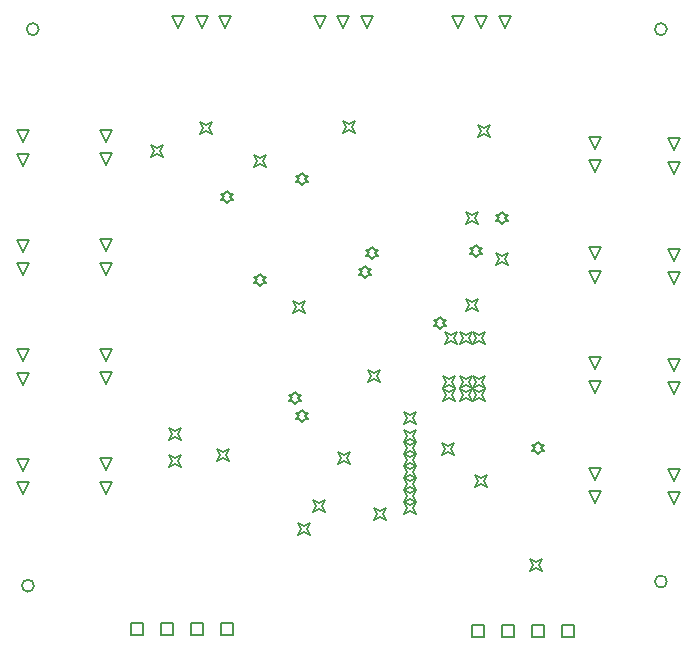
<source format=gbr>
%TF.GenerationSoftware,Altium Limited,Altium Designer,20.0.13 (296)*%
G04 Layer_Color=2752767*
%FSLAX25Y25*%
%MOIN*%
%TF.FileFunction,Drawing*%
%TF.Part,Single*%
G01*
G75*
%TA.AperFunction,NonConductor*%
%ADD51C,0.00500*%
%ADD76C,0.00667*%
D51*
X584500Y154000D02*
Y158000D01*
X588500D01*
Y154000D01*
X584500D01*
X564500D02*
Y158000D01*
X568500D01*
Y154000D01*
X564500D01*
X554500D02*
Y158000D01*
X558500D01*
Y154000D01*
X554500D01*
X574500D02*
Y158000D01*
X578500D01*
Y154000D01*
X574500D01*
X471000Y154500D02*
Y158500D01*
X475000D01*
Y154500D01*
X471000D01*
X451000D02*
Y158500D01*
X455000D01*
Y154500D01*
X451000D01*
X441000D02*
Y158500D01*
X445000D01*
Y154500D01*
X441000D01*
X461000D02*
Y158500D01*
X465000D01*
Y154500D01*
X461000D01*
X432500Y238126D02*
X430500Y242126D01*
X434500D01*
X432500Y238126D01*
Y246000D02*
X430500Y250000D01*
X434500D01*
X432500Y246000D01*
Y201626D02*
X430500Y205626D01*
X434500D01*
X432500Y201626D01*
Y209500D02*
X430500Y213500D01*
X434500D01*
X432500Y209500D01*
Y274626D02*
X430500Y278626D01*
X434500D01*
X432500Y274626D01*
Y282500D02*
X430500Y286500D01*
X434500D01*
X432500Y282500D01*
Y311126D02*
X430500Y315126D01*
X434500D01*
X432500Y311126D01*
Y319000D02*
X430500Y323000D01*
X434500D01*
X432500Y319000D01*
X405000Y201500D02*
X403000Y205500D01*
X407000D01*
X405000Y201500D01*
Y209374D02*
X403000Y213374D01*
X407000D01*
X405000Y209374D01*
Y238000D02*
X403000Y242000D01*
X407000D01*
X405000Y238000D01*
Y245874D02*
X403000Y249874D01*
X407000D01*
X405000Y245874D01*
Y311000D02*
X403000Y315000D01*
X407000D01*
X405000Y311000D01*
Y318874D02*
X403000Y322874D01*
X407000D01*
X405000Y318874D01*
Y274500D02*
X403000Y278500D01*
X407000D01*
X405000Y274500D01*
Y282374D02*
X403000Y286374D01*
X407000D01*
X405000Y282374D01*
X565500Y357000D02*
X563500Y361000D01*
X567500D01*
X565500Y357000D01*
X557626D02*
X555626Y361000D01*
X559626D01*
X557626Y357000D01*
X549752D02*
X547752Y361000D01*
X551752D01*
X549752Y357000D01*
X519500D02*
X517500Y361000D01*
X521500D01*
X519500Y357000D01*
X511626D02*
X509626Y361000D01*
X513626D01*
X511626Y357000D01*
X503752D02*
X501752Y361000D01*
X505752D01*
X503752Y357000D01*
X472374D02*
X470374Y361000D01*
X474374D01*
X472374Y357000D01*
X464500D02*
X462500Y361000D01*
X466500D01*
X464500Y357000D01*
X456626D02*
X454626Y361000D01*
X458626D01*
X456626Y357000D01*
X622000Y308209D02*
X620000Y312209D01*
X624000D01*
X622000Y308209D01*
Y316083D02*
X620000Y320083D01*
X624000D01*
X622000Y316083D01*
Y271500D02*
X620000Y275500D01*
X624000D01*
X622000Y271500D01*
Y279374D02*
X620000Y283374D01*
X624000D01*
X622000Y279374D01*
X595500Y308791D02*
X593500Y312791D01*
X597500D01*
X595500Y308791D01*
Y316665D02*
X593500Y320665D01*
X597500D01*
X595500Y316665D01*
Y272000D02*
X593500Y276000D01*
X597500D01*
X595500Y272000D01*
Y279874D02*
X593500Y283874D01*
X597500D01*
X595500Y279874D01*
Y235209D02*
X593500Y239209D01*
X597500D01*
X595500Y235209D01*
Y243083D02*
X593500Y247083D01*
X597500D01*
X595500Y243083D01*
X622000Y234791D02*
X620000Y238791D01*
X624000D01*
X622000Y234791D01*
Y242665D02*
X620000Y246665D01*
X624000D01*
X622000Y242665D01*
X595500Y198417D02*
X593500Y202417D01*
X597500D01*
X595500Y198417D01*
Y206291D02*
X593500Y210291D01*
X597500D01*
X595500Y206291D01*
X622000Y198083D02*
X620000Y202083D01*
X624000D01*
X622000Y198083D01*
Y205957D02*
X620000Y209957D01*
X624000D01*
X622000Y205957D01*
X473000Y298500D02*
X474000Y299500D01*
X475000D01*
X474000Y300500D01*
X475000Y301500D01*
X474000D01*
X473000Y302500D01*
X472000Y301500D01*
X471000D01*
X472000Y300500D01*
X471000Y299500D01*
X472000D01*
X473000Y298500D01*
X498000Y225500D02*
X499000Y226500D01*
X500000D01*
X499000Y227500D01*
X500000Y228500D01*
X499000D01*
X498000Y229500D01*
X497000Y228500D01*
X496000D01*
X497000Y227500D01*
X496000Y226500D01*
X497000D01*
X498000Y225500D01*
X495500Y231500D02*
X496500Y232500D01*
X497500D01*
X496500Y233500D01*
X497500Y234500D01*
X496500D01*
X495500Y235500D01*
X494500Y234500D01*
X493500D01*
X494500Y233500D01*
X493500Y232500D01*
X494500D01*
X495500Y231500D01*
X532000Y219000D02*
X533000Y221000D01*
X532000Y223000D01*
X534000Y222000D01*
X536000Y223000D01*
X535000Y221000D01*
X536000Y219000D01*
X534000Y220000D01*
X532000Y219000D01*
Y215000D02*
X533000Y217000D01*
X532000Y219000D01*
X534000Y218000D01*
X536000Y219000D01*
X535000Y217000D01*
X536000Y215000D01*
X534000Y216000D01*
X532000Y215000D01*
X555500Y204000D02*
X556500Y206000D01*
X555500Y208000D01*
X557500Y207000D01*
X559500Y208000D01*
X558500Y206000D01*
X559500Y204000D01*
X557500Y205000D01*
X555500Y204000D01*
X532000Y225000D02*
X533000Y227000D01*
X532000Y229000D01*
X534000Y228000D01*
X536000Y229000D01*
X535000Y227000D01*
X536000Y225000D01*
X534000Y226000D01*
X532000Y225000D01*
X555000Y232500D02*
X556000Y234500D01*
X555000Y236500D01*
X557000Y235500D01*
X559000Y236500D01*
X558000Y234500D01*
X559000Y232500D01*
X557000Y233500D01*
X555000Y232500D01*
X550500D02*
X551500Y234500D01*
X550500Y236500D01*
X552500Y235500D01*
X554500Y236500D01*
X553500Y234500D01*
X554500Y232500D01*
X552500Y233500D01*
X550500Y232500D01*
X555000Y251500D02*
X556000Y253500D01*
X555000Y255500D01*
X557000Y254500D01*
X559000Y255500D01*
X558000Y253500D01*
X559000Y251500D01*
X557000Y252500D01*
X555000Y251500D01*
X550500D02*
X551500Y253500D01*
X550500Y255500D01*
X552500Y254500D01*
X554500Y255500D01*
X553500Y253500D01*
X554500Y251500D01*
X552500Y252500D01*
X550500Y251500D01*
X545500D02*
X546500Y253500D01*
X545500Y255500D01*
X547500Y254500D01*
X549500Y255500D01*
X548500Y253500D01*
X549500Y251500D01*
X547500Y252500D01*
X545500Y251500D01*
X550500Y237000D02*
X551500Y239000D01*
X550500Y241000D01*
X552500Y240000D01*
X554500Y241000D01*
X553500Y239000D01*
X554500Y237000D01*
X552500Y238000D01*
X550500Y237000D01*
X545000Y232500D02*
X546000Y234500D01*
X545000Y236500D01*
X547000Y235500D01*
X549000Y236500D01*
X548000Y234500D01*
X549000Y232500D01*
X547000Y233500D01*
X545000Y232500D01*
X555000Y237000D02*
X556000Y239000D01*
X555000Y241000D01*
X557000Y240000D01*
X559000Y241000D01*
X558000Y239000D01*
X559000Y237000D01*
X557000Y238000D01*
X555000Y237000D01*
X545000D02*
X546000Y239000D01*
X545000Y241000D01*
X547000Y240000D01*
X549000Y241000D01*
X548000Y239000D01*
X549000Y237000D01*
X547000Y238000D01*
X545000Y237000D01*
X532000Y211000D02*
X533000Y213000D01*
X532000Y215000D01*
X534000Y214000D01*
X536000Y215000D01*
X535000Y213000D01*
X536000Y211000D01*
X534000Y212000D01*
X532000Y211000D01*
Y199000D02*
X533000Y201000D01*
X532000Y203000D01*
X534000Y202000D01*
X536000Y203000D01*
X535000Y201000D01*
X536000Y199000D01*
X534000Y200000D01*
X532000Y199000D01*
Y207000D02*
X533000Y209000D01*
X532000Y211000D01*
X534000Y210000D01*
X536000Y211000D01*
X535000Y209000D01*
X536000Y207000D01*
X534000Y208000D01*
X532000Y207000D01*
Y195000D02*
X533000Y197000D01*
X532000Y199000D01*
X534000Y198000D01*
X536000Y199000D01*
X535000Y197000D01*
X536000Y195000D01*
X534000Y196000D01*
X532000Y195000D01*
Y203000D02*
X533000Y205000D01*
X532000Y207000D01*
X534000Y206000D01*
X536000Y207000D01*
X535000Y205000D01*
X536000Y203000D01*
X534000Y204000D01*
X532000Y203000D01*
X495000Y262000D02*
X496000Y264000D01*
X495000Y266000D01*
X497000Y265000D01*
X499000Y266000D01*
X498000Y264000D01*
X499000Y262000D01*
X497000Y263000D01*
X495000Y262000D01*
X464000Y321500D02*
X465000Y323500D01*
X464000Y325500D01*
X466000Y324500D01*
X468000Y325500D01*
X467000Y323500D01*
X468000Y321500D01*
X466000Y322500D01*
X464000Y321500D01*
X511500Y322000D02*
X512500Y324000D01*
X511500Y326000D01*
X513500Y325000D01*
X515500Y326000D01*
X514500Y324000D01*
X515500Y322000D01*
X513500Y323000D01*
X511500Y322000D01*
X556500Y320500D02*
X557500Y322500D01*
X556500Y324500D01*
X558500Y323500D01*
X560500Y324500D01*
X559500Y322500D01*
X560500Y320500D01*
X558500Y321500D01*
X556500Y320500D01*
X552500Y291500D02*
X553500Y293500D01*
X552500Y295500D01*
X554500Y294500D01*
X556500Y295500D01*
X555500Y293500D01*
X556500Y291500D01*
X554500Y292500D01*
X552500Y291500D01*
X562500Y278000D02*
X563500Y280000D01*
X562500Y282000D01*
X564500Y281000D01*
X566500Y282000D01*
X565500Y280000D01*
X566500Y278000D01*
X564500Y279000D01*
X562500Y278000D01*
X552500Y262500D02*
X553500Y264500D01*
X552500Y266500D01*
X554500Y265500D01*
X556500Y266500D01*
X555500Y264500D01*
X556500Y262500D01*
X554500Y263500D01*
X552500Y262500D01*
X544500Y214500D02*
X545500Y216500D01*
X544500Y218500D01*
X546500Y217500D01*
X548500Y218500D01*
X547500Y216500D01*
X548500Y214500D01*
X546500Y215500D01*
X544500Y214500D01*
X574000Y176000D02*
X575000Y178000D01*
X574000Y180000D01*
X576000Y179000D01*
X578000Y180000D01*
X577000Y178000D01*
X578000Y176000D01*
X576000Y177000D01*
X574000Y176000D01*
X453500Y219500D02*
X454500Y221500D01*
X453500Y223500D01*
X455500Y222500D01*
X457500Y223500D01*
X456500Y221500D01*
X457500Y219500D01*
X455500Y220500D01*
X453500Y219500D01*
Y210500D02*
X454500Y212500D01*
X453500Y214500D01*
X455500Y213500D01*
X457500Y214500D01*
X456500Y212500D01*
X457500Y210500D01*
X455500Y211500D01*
X453500Y210500D01*
X496500Y188000D02*
X497500Y190000D01*
X496500Y192000D01*
X498500Y191000D01*
X500500Y192000D01*
X499500Y190000D01*
X500500Y188000D01*
X498500Y189000D01*
X496500Y188000D01*
X482000Y310500D02*
X483000Y312500D01*
X482000Y314500D01*
X484000Y313500D01*
X486000Y314500D01*
X485000Y312500D01*
X486000Y310500D01*
X484000Y311500D01*
X482000Y310500D01*
X520000Y239000D02*
X521000Y241000D01*
X520000Y243000D01*
X522000Y242000D01*
X524000Y243000D01*
X523000Y241000D01*
X524000Y239000D01*
X522000Y240000D01*
X520000Y239000D01*
X469500Y212500D02*
X470500Y214500D01*
X469500Y216500D01*
X471500Y215500D01*
X473500Y216500D01*
X472500Y214500D01*
X473500Y212500D01*
X471500Y213500D01*
X469500Y212500D01*
X510000Y211500D02*
X511000Y213500D01*
X510000Y215500D01*
X512000Y214500D01*
X514000Y215500D01*
X513000Y213500D01*
X514000Y211500D01*
X512000Y212500D01*
X510000Y211500D01*
X497938Y304476D02*
X498938Y305476D01*
X499938D01*
X498938Y306476D01*
X499938Y307476D01*
X498938D01*
X497938Y308476D01*
X496938Y307476D01*
X495938D01*
X496938Y306476D01*
X495938Y305476D01*
X496938D01*
X497938Y304476D01*
X447500Y314000D02*
X448500Y316000D01*
X447500Y318000D01*
X449500Y317000D01*
X451500Y318000D01*
X450500Y316000D01*
X451500Y314000D01*
X449500Y315000D01*
X447500Y314000D01*
X484000Y271000D02*
X485000Y272000D01*
X486000D01*
X485000Y273000D01*
X486000Y274000D01*
X485000D01*
X484000Y275000D01*
X483000Y274000D01*
X482000D01*
X483000Y273000D01*
X482000Y272000D01*
X483000D01*
X484000Y271000D01*
X556000Y280500D02*
X557000Y281500D01*
X558000D01*
X557000Y282500D01*
X558000Y283500D01*
X557000D01*
X556000Y284500D01*
X555000Y283500D01*
X554000D01*
X555000Y282500D01*
X554000Y281500D01*
X555000D01*
X556000Y280500D01*
X564500Y291500D02*
X565500Y292500D01*
X566500D01*
X565500Y293500D01*
X566500Y294500D01*
X565500D01*
X564500Y295500D01*
X563500Y294500D01*
X562500D01*
X563500Y293500D01*
X562500Y292500D01*
X563500D01*
X564500Y291500D01*
X544000Y256500D02*
X545000Y257500D01*
X546000D01*
X545000Y258500D01*
X546000Y259500D01*
X545000D01*
X544000Y260500D01*
X543000Y259500D01*
X542000D01*
X543000Y258500D01*
X542000Y257500D01*
X543000D01*
X544000Y256500D01*
X521215Y279785D02*
X522215Y280785D01*
X523215D01*
X522215Y281785D01*
X523215Y282785D01*
X522215D01*
X521215Y283785D01*
X520215Y282785D01*
X519215D01*
X520215Y281785D01*
X519215Y280785D01*
X520215D01*
X521215Y279785D01*
X519000Y273500D02*
X520000Y274500D01*
X521000D01*
X520000Y275500D01*
X521000Y276500D01*
X520000D01*
X519000Y277500D01*
X518000Y276500D01*
X517000D01*
X518000Y275500D01*
X517000Y274500D01*
X518000D01*
X519000Y273500D01*
X576500Y215000D02*
X577500Y216000D01*
X578500D01*
X577500Y217000D01*
X578500Y218000D01*
X577500D01*
X576500Y219000D01*
X575500Y218000D01*
X574500D01*
X575500Y217000D01*
X574500Y216000D01*
X575500D01*
X576500Y215000D01*
X501500Y195500D02*
X502500Y197500D01*
X501500Y199500D01*
X503500Y198500D01*
X505500Y199500D01*
X504500Y197500D01*
X505500Y195500D01*
X503500Y196500D01*
X501500Y195500D01*
X522000Y193000D02*
X523000Y195000D01*
X522000Y197000D01*
X524000Y196000D01*
X526000Y197000D01*
X525000Y195000D01*
X526000Y193000D01*
X524000Y194000D01*
X522000Y193000D01*
D76*
X619500Y356500D02*
G03*
X619500Y356500I-2000J0D01*
G01*
X410122D02*
G03*
X410122Y356500I-2000J0D01*
G01*
X408500Y171000D02*
G03*
X408500Y171000I-2000J0D01*
G01*
X619500Y172378D02*
G03*
X619500Y172378I-2000J0D01*
G01*
%TF.MD5,cb1c3e3317d46ce4d621241f6d46a1b6*%
M02*

</source>
